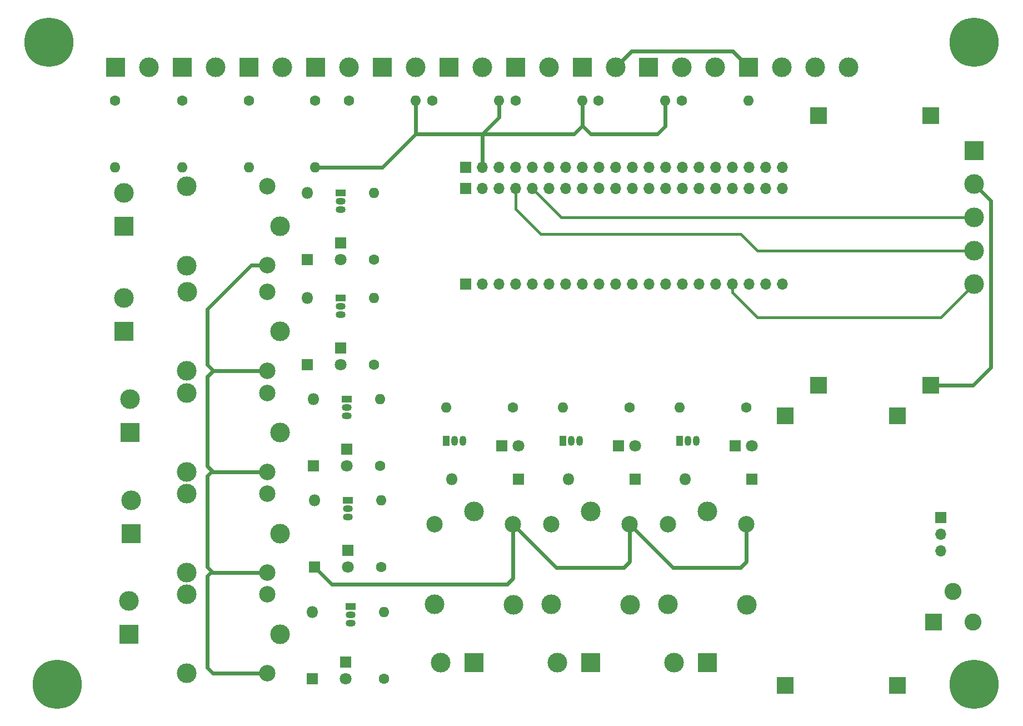
<source format=gbr>
%TF.GenerationSoftware,KiCad,Pcbnew,(6.0.5)*%
%TF.CreationDate,2024-03-19T18:28:54+03:00*%
%TF.ProjectId,gas_detection,6761735f-6465-4746-9563-74696f6e2e6b,rev?*%
%TF.SameCoordinates,Original*%
%TF.FileFunction,Copper,L2,Bot*%
%TF.FilePolarity,Positive*%
%FSLAX46Y46*%
G04 Gerber Fmt 4.6, Leading zero omitted, Abs format (unit mm)*
G04 Created by KiCad (PCBNEW (6.0.5)) date 2024-03-19 18:28:54*
%MOMM*%
%LPD*%
G01*
G04 APERTURE LIST*
%TA.AperFunction,ComponentPad*%
%ADD10R,1.050000X1.500000*%
%TD*%
%TA.AperFunction,ComponentPad*%
%ADD11O,1.050000X1.500000*%
%TD*%
%TA.AperFunction,ComponentPad*%
%ADD12C,1.600000*%
%TD*%
%TA.AperFunction,ComponentPad*%
%ADD13O,1.600000X1.600000*%
%TD*%
%TA.AperFunction,ComponentPad*%
%ADD14C,3.000000*%
%TD*%
%TA.AperFunction,ComponentPad*%
%ADD15C,2.500000*%
%TD*%
%TA.AperFunction,ComponentPad*%
%ADD16R,3.000000X3.000000*%
%TD*%
%TA.AperFunction,ComponentPad*%
%ADD17R,2.600000X2.600000*%
%TD*%
%TA.AperFunction,ComponentPad*%
%ADD18C,2.600000*%
%TD*%
%TA.AperFunction,ComponentPad*%
%ADD19C,7.500000*%
%TD*%
%TA.AperFunction,ComponentPad*%
%ADD20R,1.800000X1.800000*%
%TD*%
%TA.AperFunction,ComponentPad*%
%ADD21C,1.800000*%
%TD*%
%TA.AperFunction,ComponentPad*%
%ADD22R,1.700000X1.700000*%
%TD*%
%TA.AperFunction,ComponentPad*%
%ADD23O,1.700000X1.700000*%
%TD*%
%TA.AperFunction,ComponentPad*%
%ADD24R,1.500000X1.050000*%
%TD*%
%TA.AperFunction,ComponentPad*%
%ADD25O,1.500000X1.050000*%
%TD*%
%TA.AperFunction,ComponentPad*%
%ADD26O,1.800000X1.800000*%
%TD*%
%TA.AperFunction,ComponentPad*%
%ADD27R,2.500000X2.500000*%
%TD*%
%TA.AperFunction,Conductor*%
%ADD28C,0.600000*%
%TD*%
%TA.AperFunction,Conductor*%
%ADD29C,0.400000*%
%TD*%
G04 APERTURE END LIST*
D10*
%TO.P,Q7,1,E*%
%TO.N,GND*%
X160880000Y-110240000D03*
D11*
%TO.P,Q7,2,B*%
%TO.N,Net-(Q7-Pad2)*%
X162150000Y-110240000D03*
%TO.P,Q7,3,C*%
%TO.N,Net-(D11-Pad2)*%
X163420000Y-110240000D03*
%TD*%
D12*
%TO.P,R13,1*%
%TO.N,Float_Chamber4_min*%
X102870000Y-58420000D03*
D13*
%TO.P,R13,2*%
%TO.N,GND*%
X102870000Y-68580000D03*
%TD*%
D14*
%TO.P,K7,1*%
%TO.N,Net-(J14-Pad1)*%
X165100000Y-121040000D03*
D15*
%TO.P,K7,2*%
%TO.N,Net-(D11-Pad2)*%
X159050000Y-122990000D03*
D14*
%TO.P,K7,3*%
%TO.N,Net-(J14-Pad2)*%
X159050000Y-135190000D03*
%TO.P,K7,4*%
%TO.N,unconnected-(K7-Pad4)*%
X171100000Y-135240000D03*
D15*
%TO.P,K7,5*%
%TO.N,+5V*%
X171050000Y-122990000D03*
%TD*%
D14*
%TO.P,K6,1*%
%TO.N,Net-(J13-Pad1)*%
X147320000Y-121040000D03*
D15*
%TO.P,K6,2*%
%TO.N,Net-(D10-Pad2)*%
X141270000Y-122990000D03*
D14*
%TO.P,K6,3*%
%TO.N,Net-(J13-Pad2)*%
X141270000Y-135190000D03*
%TO.P,K6,4*%
%TO.N,unconnected-(K6-Pad4)*%
X153320000Y-135240000D03*
D15*
%TO.P,K6,5*%
%TO.N,+5V*%
X153270000Y-122990000D03*
%TD*%
D16*
%TO.P,J17,1,Pin_1*%
%TO.N,Float_Chamber2_min*%
X143510000Y-53340000D03*
D14*
%TO.P,J17,2,Pin_2*%
%TO.N,+3V3*%
X148590000Y-53340000D03*
%TD*%
D17*
%TO.P,J1,1*%
%TO.N,Net-(J1-Pad1)*%
X217320000Y-137910000D03*
D18*
%TO.P,J1,2*%
%TO.N,GND*%
X223320000Y-137910000D03*
%TO.P,J1,3*%
X220320000Y-133210000D03*
%TD*%
D16*
%TO.P,J12,1,Pin_1*%
%TO.N,Net-(J12-Pad1)*%
X94740000Y-139700000D03*
D14*
%TO.P,J12,2,Pin_2*%
%TO.N,Net-(J12-Pad2)*%
X94740000Y-134620000D03*
%TD*%
D19*
%TO.P,H4,1*%
%TO.N,N/C*%
X82550000Y-49530000D03*
%TD*%
D20*
%TO.P,D14,1,K*%
%TO.N,Net-(D14-Pad1)*%
X151560000Y-111000000D03*
D21*
%TO.P,D14,2,A*%
%TO.N,Solenoid2_Output*%
X154100000Y-111000000D03*
%TD*%
D16*
%TO.P,J11,1,Pin_1*%
%TO.N,Net-(J11-Pad1)*%
X95030000Y-124370000D03*
D14*
%TO.P,J11,2,Pin_2*%
%TO.N,Net-(J11-Pad2)*%
X95030000Y-119290000D03*
%TD*%
D12*
%TO.P,R2,1*%
%TO.N,Net-(D5-Pad1)*%
X132080000Y-82660000D03*
D13*
%TO.P,R2,2*%
%TO.N,Net-(Q1-Pad2)*%
X132080000Y-72500000D03*
%TD*%
D19*
%TO.P,H2,1*%
%TO.N,N/C*%
X83820000Y-147320000D03*
%TD*%
D22*
%TO.P,J2,1,Pin_1*%
%TO.N,Float_Chamber1_min*%
X146055000Y-86360000D03*
D23*
%TO.P,J2,2,Pin_2*%
%TO.N,Float_Chamber1_max*%
X148595000Y-86360000D03*
%TO.P,J2,3,Pin_3*%
%TO.N,Float_Chamber2_min*%
X151135000Y-86360000D03*
%TO.P,J2,4,Pin_4*%
%TO.N,Float_Chamber2_max*%
X153675000Y-86360000D03*
%TO.P,J2,5,Pin_5*%
%TO.N,Float_Chamber3_min*%
X156215000Y-86360000D03*
%TO.P,J2,6,Pin_6*%
%TO.N,Float_Chamber3_max*%
X158755000Y-86360000D03*
%TO.P,J2,7,Pin_7*%
%TO.N,Float_Chamber4_min*%
X161295000Y-86360000D03*
%TO.P,J2,8,Pin_8*%
%TO.N,Float_Chamber4_max*%
X163835000Y-86360000D03*
%TO.P,J2,9,Pin_9*%
%TO.N,Electrode1_Output*%
X166375000Y-86360000D03*
%TO.P,J2,10,Pin_10*%
%TO.N,Electrode2_Output*%
X168915000Y-86360000D03*
%TO.P,J2,11,Pin_11*%
%TO.N,Electrode3_Output*%
X171455000Y-86360000D03*
%TO.P,J2,12,Pin_12*%
%TO.N,Electrode4_Output*%
X173995000Y-86360000D03*
%TO.P,J2,13,Pin_13*%
%TO.N,Solenoid1_Output*%
X176535000Y-86360000D03*
%TO.P,J2,14,Pin_14*%
%TO.N,Solenoid2_Output*%
X179075000Y-86360000D03*
%TO.P,J2,15,Pin_15*%
%TO.N,Solenoid3_Output*%
X181615000Y-86360000D03*
%TO.P,J2,16,Pin_16*%
%TO.N,Solenoid4_Output*%
X184155000Y-86360000D03*
%TO.P,J2,17,Pin_17*%
%TO.N,OLED_SDA*%
X186695000Y-86360000D03*
%TO.P,J2,18,Pin_18*%
%TO.N,+5V*%
X189235000Y-86360000D03*
%TO.P,J2,19,Pin_19*%
%TO.N,GND*%
X191775000Y-86360000D03*
%TO.P,J2,20,Pin_20*%
%TO.N,+3V3*%
X194315000Y-86360000D03*
%TD*%
D19*
%TO.P,H3,1*%
%TO.N,N/C*%
X223520000Y-49530000D03*
%TD*%
D12*
%TO.P,R1,1*%
%TO.N,Gas_Pressure_Out*%
X178990000Y-58420000D03*
D13*
%TO.P,R1,2*%
%TO.N,GND*%
X189150000Y-58420000D03*
%TD*%
D24*
%TO.P,Q3,1,E*%
%TO.N,GND*%
X127880000Y-103940000D03*
D25*
%TO.P,Q3,2,B*%
%TO.N,Net-(Q3-Pad2)*%
X127880000Y-105210000D03*
%TO.P,Q3,3,C*%
%TO.N,Net-(D3-Pad2)*%
X127880000Y-106480000D03*
%TD*%
D16*
%TO.P,J20,1,Pin_1*%
%TO.N,Float_Chamber1_max*%
X153670000Y-53340000D03*
D14*
%TO.P,J20,2,Pin_2*%
%TO.N,+3V3*%
X158750000Y-53340000D03*
%TD*%
D16*
%TO.P,J9,1,Pin_1*%
%TO.N,Net-(J9-Pad1)*%
X94000000Y-93610000D03*
D14*
%TO.P,J9,2,Pin_2*%
%TO.N,Net-(J9-Pad2)*%
X94000000Y-88530000D03*
%TD*%
D20*
%TO.P,D5,1,K*%
%TO.N,Net-(D5-Pad1)*%
X127000000Y-80120000D03*
D21*
%TO.P,D5,2,A*%
%TO.N,Electrode1_Output*%
X127000000Y-82660000D03*
%TD*%
D14*
%TO.P,K2,1*%
%TO.N,Net-(J9-Pad1)*%
X117740000Y-93610000D03*
D15*
%TO.P,K2,2*%
%TO.N,Net-(D2-Pad2)*%
X115790000Y-87560000D03*
D14*
%TO.P,K2,3*%
%TO.N,Net-(J9-Pad2)*%
X103590000Y-87560000D03*
%TO.P,K2,4*%
%TO.N,unconnected-(K2-Pad4)*%
X103540000Y-99610000D03*
D15*
%TO.P,K2,5*%
%TO.N,+5V*%
X115790000Y-99560000D03*
%TD*%
D24*
%TO.P,Q4,1,E*%
%TO.N,GND*%
X128050000Y-119290000D03*
D25*
%TO.P,Q4,2,B*%
%TO.N,Net-(Q4-Pad2)*%
X128050000Y-120560000D03*
%TO.P,Q4,3,C*%
%TO.N,Net-(D4-Pad2)*%
X128050000Y-121830000D03*
%TD*%
D12*
%TO.P,R3,1*%
%TO.N,Net-(D6-Pad1)*%
X132100000Y-98690000D03*
D13*
%TO.P,R3,2*%
%TO.N,Net-(Q2-Pad2)*%
X132100000Y-88530000D03*
%TD*%
D20*
%TO.P,D16,1,K*%
%TO.N,Net-(D16-Pad1)*%
X187120000Y-111000000D03*
D21*
%TO.P,D16,2,A*%
%TO.N,Solenoid4_Output*%
X189660000Y-111000000D03*
%TD*%
D12*
%TO.P,R17,1*%
%TO.N,Float_Chamber4_max*%
X92630000Y-58420000D03*
D13*
%TO.P,R17,2*%
%TO.N,GND*%
X92630000Y-68580000D03*
%TD*%
D12*
%TO.P,R12,1*%
%TO.N,Float_Chamber3_min*%
X123110000Y-58420000D03*
D13*
%TO.P,R12,2*%
%TO.N,GND*%
X123110000Y-68580000D03*
%TD*%
D12*
%TO.P,R16,1*%
%TO.N,Float_Chamber3_max*%
X113030000Y-58420000D03*
D13*
%TO.P,R16,2*%
%TO.N,GND*%
X113030000Y-68580000D03*
%TD*%
D20*
%TO.P,D8,1,K*%
%TO.N,Net-(D8-Pad1)*%
X128050000Y-126910000D03*
D21*
%TO.P,D8,2,A*%
%TO.N,Electrode4_Output*%
X128050000Y-129450000D03*
%TD*%
D20*
%TO.P,D7,1,K*%
%TO.N,Net-(D7-Pad1)*%
X127880000Y-111560000D03*
D21*
%TO.P,D7,2,A*%
%TO.N,Electrode3_Output*%
X127880000Y-114100000D03*
%TD*%
D12*
%TO.P,R11,1*%
%TO.N,Float_Chamber2_min*%
X140970000Y-58420000D03*
D13*
%TO.P,R11,2*%
%TO.N,GND*%
X151130000Y-58420000D03*
%TD*%
D16*
%TO.P,J15,1,Pin_1*%
%TO.N,Net-(J15-Pad1)*%
X182880000Y-144020000D03*
D14*
%TO.P,J15,2,Pin_2*%
%TO.N,Net-(J15-Pad2)*%
X177800000Y-144020000D03*
%TD*%
%TO.P,K4,1*%
%TO.N,Net-(J11-Pad1)*%
X117720000Y-124370000D03*
D15*
%TO.P,K4,2*%
%TO.N,Net-(D4-Pad2)*%
X115770000Y-118320000D03*
D14*
%TO.P,K4,3*%
%TO.N,Net-(J11-Pad2)*%
X103570000Y-118320000D03*
%TO.P,K4,4*%
%TO.N,unconnected-(K4-Pad4)*%
X103520000Y-130370000D03*
D15*
%TO.P,K4,5*%
%TO.N,+5V*%
X115770000Y-130320000D03*
%TD*%
D12*
%TO.P,R4,1*%
%TO.N,Net-(D7-Pad1)*%
X132960000Y-114100000D03*
D13*
%TO.P,R4,2*%
%TO.N,Net-(Q3-Pad2)*%
X132960000Y-103940000D03*
%TD*%
D16*
%TO.P,J23,1,Pin_1*%
%TO.N,Float_Chamber4_max*%
X92710000Y-53340000D03*
D14*
%TO.P,J23,2,Pin_2*%
%TO.N,+3V3*%
X97790000Y-53340000D03*
%TD*%
D16*
%TO.P,J10,1,Pin_1*%
%TO.N,Net-(J10-Pad1)*%
X94860000Y-109020000D03*
D14*
%TO.P,J10,2,Pin_2*%
%TO.N,Net-(J10-Pad2)*%
X94860000Y-103940000D03*
%TD*%
D12*
%TO.P,R5,1*%
%TO.N,Net-(D8-Pad1)*%
X133130000Y-129450000D03*
D13*
%TO.P,R5,2*%
%TO.N,Net-(Q4-Pad2)*%
X133130000Y-119290000D03*
%TD*%
D22*
%TO.P,SW1,1,A*%
%TO.N,GND*%
X218440000Y-121920000D03*
D23*
%TO.P,SW1,2,B*%
%TO.N,Net-(J1-Pad1)*%
X218440000Y-124460000D03*
%TO.P,SW1,3,C*%
%TO.N,+24V*%
X218440000Y-127000000D03*
%TD*%
D16*
%TO.P,J18,1,Pin_1*%
%TO.N,Float_Chamber3_min*%
X123190000Y-53340000D03*
D14*
%TO.P,J18,2,Pin_2*%
%TO.N,+3V3*%
X128270000Y-53340000D03*
%TD*%
D20*
%TO.P,D1,1,K*%
%TO.N,+5V*%
X121920000Y-82660000D03*
D26*
%TO.P,D1,2,A*%
%TO.N,Net-(D1-Pad2)*%
X121920000Y-72500000D03*
%TD*%
D16*
%TO.P,J19,1,Pin_1*%
%TO.N,Float_Chamber4_min*%
X102870000Y-53340000D03*
D14*
%TO.P,J19,2,Pin_2*%
%TO.N,+3V3*%
X107950000Y-53340000D03*
%TD*%
D10*
%TO.P,Q6,1,E*%
%TO.N,GND*%
X143100000Y-110240000D03*
D11*
%TO.P,Q6,2,B*%
%TO.N,Net-(Q6-Pad2)*%
X144370000Y-110240000D03*
%TO.P,Q6,3,C*%
%TO.N,Net-(D10-Pad2)*%
X145640000Y-110240000D03*
%TD*%
D12*
%TO.P,R9,1*%
%TO.N,Net-(D16-Pad1)*%
X188820000Y-105160000D03*
D13*
%TO.P,R9,2*%
%TO.N,Net-(Q8-Pad2)*%
X178660000Y-105160000D03*
%TD*%
D27*
%TO.P,U1,1,IN+*%
%TO.N,+24V*%
X199805000Y-101810000D03*
%TO.P,U1,2,IN-*%
%TO.N,GND*%
X216865000Y-101810000D03*
%TO.P,U1,3,OUT+*%
%TO.N,+3V3*%
X199805000Y-60750000D03*
%TO.P,U1,4,OUT-*%
%TO.N,GND*%
X216865000Y-60750000D03*
%TD*%
D22*
%TO.P,J4,1,Pin_1*%
%TO.N,+5V*%
X146060000Y-71860000D03*
D23*
%TO.P,J4,2,Pin_2*%
%TO.N,GND*%
X148600000Y-71860000D03*
%TO.P,J4,3,Pin_3*%
%TO.N,+3V3*%
X151140000Y-71860000D03*
%TO.P,J4,4,Pin_4*%
%TO.N,OLED_SCL*%
X153680000Y-71860000D03*
%TO.P,J4,5,Pin_5*%
%TO.N,OLED_RST*%
X156220000Y-71860000D03*
%TO.P,J4,6,Pin_6*%
%TO.N,Gas_Pressure_Out*%
X158760000Y-71860000D03*
%TO.P,J4,7,Pin_7*%
%TO.N,/general_layout/PB0*%
X161300000Y-71860000D03*
%TO.P,J4,8,Pin_8*%
%TO.N,/general_layout/PA7*%
X163840000Y-71860000D03*
%TO.P,J4,9,Pin_9*%
%TO.N,/general_layout/PA6*%
X166380000Y-71860000D03*
%TO.P,J4,10,Pin_10*%
%TO.N,/general_layout/PA5*%
X168920000Y-71860000D03*
%TO.P,J4,11,Pin_11*%
%TO.N,/general_layout/PA4*%
X171460000Y-71860000D03*
%TO.P,J4,12,Pin_12*%
%TO.N,Gas_Flowrate_Tx*%
X174000000Y-71860000D03*
%TO.P,J4,13,Pin_13*%
%TO.N,Gas_Flowrate_Rx*%
X176540000Y-71860000D03*
%TO.P,J4,14,Pin_14*%
%TO.N,/general_layout/PA1*%
X179080000Y-71860000D03*
%TO.P,J4,15,Pin_15*%
%TO.N,/general_layout/PA0*%
X181620000Y-71860000D03*
%TO.P,J4,16,Pin_16*%
%TO.N,/general_layout/NRST*%
X184160000Y-71860000D03*
%TO.P,J4,17,Pin_17*%
%TO.N,/general_layout/PC15*%
X186700000Y-71860000D03*
%TO.P,J4,18,Pin_18*%
%TO.N,/general_layout/PC14*%
X189240000Y-71860000D03*
%TO.P,J4,19,Pin_19*%
%TO.N,/general_layout/PC13*%
X191780000Y-71860000D03*
%TO.P,J4,20,Pin_20*%
%TO.N,/general_layout/VB*%
X194320000Y-71860000D03*
%TD*%
D12*
%TO.P,R14,1*%
%TO.N,Float_Chamber1_max*%
X153670000Y-58420000D03*
D13*
%TO.P,R14,2*%
%TO.N,GND*%
X163830000Y-58420000D03*
%TD*%
D16*
%TO.P,J5,1,Pin_1*%
%TO.N,+5V*%
X223520000Y-66040000D03*
D14*
%TO.P,J5,2,Pin_2*%
%TO.N,GND*%
X223520000Y-71120000D03*
%TO.P,J5,3,Pin_3*%
%TO.N,OLED_RST*%
X223520000Y-76200000D03*
%TO.P,J5,4,Pin_4*%
%TO.N,OLED_SCL*%
X223520000Y-81280000D03*
%TO.P,J5,5,Pin_5*%
%TO.N,OLED_SDA*%
X223520000Y-86360000D03*
%TD*%
D16*
%TO.P,J13,1,Pin_1*%
%TO.N,Net-(J13-Pad1)*%
X147320000Y-144020000D03*
D14*
%TO.P,J13,2,Pin_2*%
%TO.N,Net-(J13-Pad2)*%
X142240000Y-144020000D03*
%TD*%
D20*
%TO.P,D4,1,K*%
%TO.N,+5V*%
X122970000Y-129450000D03*
D26*
%TO.P,D4,2,A*%
%TO.N,Net-(D4-Pad2)*%
X122970000Y-119290000D03*
%TD*%
D12*
%TO.P,R15,1*%
%TO.N,Float_Chamber2_max*%
X128270000Y-58420000D03*
D13*
%TO.P,R15,2*%
%TO.N,GND*%
X138430000Y-58420000D03*
%TD*%
D12*
%TO.P,R7,1*%
%TO.N,Net-(D14-Pad1)*%
X153260000Y-105160000D03*
D13*
%TO.P,R7,2*%
%TO.N,Net-(Q6-Pad2)*%
X143100000Y-105160000D03*
%TD*%
D16*
%TO.P,J22,1,Pin_1*%
%TO.N,Float_Chamber3_max*%
X113030000Y-53340000D03*
D14*
%TO.P,J22,2,Pin_2*%
%TO.N,+3V3*%
X118110000Y-53340000D03*
%TD*%
%TO.P,K1,1*%
%TO.N,Net-(J8-Pad1)*%
X117720000Y-77580000D03*
D15*
%TO.P,K1,2*%
%TO.N,Net-(D1-Pad2)*%
X115770000Y-71530000D03*
D14*
%TO.P,K1,3*%
%TO.N,Net-(J8-Pad2)*%
X103570000Y-71530000D03*
%TO.P,K1,4*%
%TO.N,unconnected-(K1-Pad4)*%
X103520000Y-83580000D03*
D15*
%TO.P,K1,5*%
%TO.N,+5V*%
X115770000Y-83530000D03*
%TD*%
D24*
%TO.P,Q1,1,E*%
%TO.N,GND*%
X127000000Y-72500000D03*
D25*
%TO.P,Q1,2,B*%
%TO.N,Net-(Q1-Pad2)*%
X127000000Y-73770000D03*
%TO.P,Q1,3,C*%
%TO.N,Net-(D1-Pad2)*%
X127000000Y-75040000D03*
%TD*%
D16*
%TO.P,J16,1,Pin_1*%
%TO.N,Float_Chamber1_min*%
X163830000Y-53340000D03*
D14*
%TO.P,J16,2,Pin_2*%
%TO.N,+3V3*%
X168910000Y-53340000D03*
%TD*%
D16*
%TO.P,J14,1,Pin_1*%
%TO.N,Net-(J14-Pad1)*%
X165100000Y-144020000D03*
D14*
%TO.P,J14,2,Pin_2*%
%TO.N,Net-(J14-Pad2)*%
X160020000Y-144020000D03*
%TD*%
D16*
%TO.P,J8,1,Pin_1*%
%TO.N,Net-(J8-Pad1)*%
X93980000Y-77580000D03*
D14*
%TO.P,J8,2,Pin_2*%
%TO.N,Net-(J8-Pad2)*%
X93980000Y-72500000D03*
%TD*%
D16*
%TO.P,J6,1,Pin_1*%
%TO.N,+24V*%
X173910000Y-53340000D03*
D14*
%TO.P,J6,2,Pin_2*%
%TO.N,Gas_Pressure_Out*%
X178990000Y-53340000D03*
%TO.P,J6,3,Pin_3*%
%TO.N,GND*%
X184070000Y-53340000D03*
%TD*%
D20*
%TO.P,D15,1,K*%
%TO.N,Net-(D15-Pad1)*%
X169340000Y-111000000D03*
D21*
%TO.P,D15,2,A*%
%TO.N,Solenoid3_Output*%
X171880000Y-111000000D03*
%TD*%
D12*
%TO.P,R6,1*%
%TO.N,Net-(D13-Pad1)*%
X133600000Y-146480000D03*
D13*
%TO.P,R6,2*%
%TO.N,Net-(Q5-Pad2)*%
X133600000Y-136320000D03*
%TD*%
D20*
%TO.P,D13,1,K*%
%TO.N,Net-(D13-Pad1)*%
X127760000Y-143940000D03*
D21*
%TO.P,D13,2,A*%
%TO.N,Solenoid1_Output*%
X127760000Y-146480000D03*
%TD*%
D14*
%TO.P,K8,1*%
%TO.N,Net-(J15-Pad1)*%
X182880000Y-121040000D03*
D15*
%TO.P,K8,2*%
%TO.N,Net-(D12-Pad2)*%
X176830000Y-122990000D03*
D14*
%TO.P,K8,3*%
%TO.N,Net-(J15-Pad2)*%
X176830000Y-135190000D03*
%TO.P,K8,4*%
%TO.N,unconnected-(K8-Pad4)*%
X188880000Y-135240000D03*
D15*
%TO.P,K8,5*%
%TO.N,+5V*%
X188830000Y-122990000D03*
%TD*%
D27*
%TO.P,U2,1,IN+*%
%TO.N,+24V*%
X194725000Y-147530000D03*
%TO.P,U2,2,IN-*%
%TO.N,GND*%
X211785000Y-147530000D03*
%TO.P,U2,3,OUT+*%
%TO.N,+5V*%
X194725000Y-106470000D03*
%TO.P,U2,4,OUT-*%
%TO.N,GND*%
X211785000Y-106470000D03*
%TD*%
D20*
%TO.P,D3,1,K*%
%TO.N,+5V*%
X122800000Y-114100000D03*
D26*
%TO.P,D3,2,A*%
%TO.N,Net-(D3-Pad2)*%
X122800000Y-103940000D03*
%TD*%
D14*
%TO.P,K5,1*%
%TO.N,Net-(J12-Pad1)*%
X117720000Y-139700000D03*
D15*
%TO.P,K5,2*%
%TO.N,Net-(D9-Pad2)*%
X115770000Y-133650000D03*
D14*
%TO.P,K5,3*%
%TO.N,Net-(J12-Pad2)*%
X103570000Y-133650000D03*
%TO.P,K5,4*%
%TO.N,unconnected-(K5-Pad4)*%
X103520000Y-145700000D03*
D15*
%TO.P,K5,5*%
%TO.N,+5V*%
X115770000Y-145650000D03*
%TD*%
D16*
%TO.P,J7,1,Pin_1*%
%TO.N,+3V3*%
X189150000Y-53340000D03*
D14*
%TO.P,J7,2,Pin_2*%
%TO.N,Gas_Flowrate_Tx*%
X194230000Y-53340000D03*
%TO.P,J7,3,Pin_3*%
%TO.N,Gas_Flowrate_Rx*%
X199310000Y-53340000D03*
%TO.P,J7,4,Pin_4*%
%TO.N,GND*%
X204390000Y-53340000D03*
%TD*%
D16*
%TO.P,J21,1,Pin_1*%
%TO.N,Float_Chamber2_max*%
X133350000Y-53340000D03*
D14*
%TO.P,J21,2,Pin_2*%
%TO.N,+3V3*%
X138430000Y-53340000D03*
%TD*%
D20*
%TO.P,D6,1,K*%
%TO.N,Net-(D6-Pad1)*%
X127020000Y-96150000D03*
D21*
%TO.P,D6,2,A*%
%TO.N,Electrode2_Output*%
X127020000Y-98690000D03*
%TD*%
D12*
%TO.P,R8,1*%
%TO.N,Net-(D15-Pad1)*%
X171040000Y-105160000D03*
D13*
%TO.P,R8,2*%
%TO.N,Net-(Q7-Pad2)*%
X160880000Y-105160000D03*
%TD*%
D22*
%TO.P,J3,1,Pin_1*%
%TO.N,+5V*%
X146060000Y-68580000D03*
D23*
%TO.P,J3,2,Pin_2*%
%TO.N,GND*%
X148600000Y-68580000D03*
%TO.P,J3,3,Pin_3*%
%TO.N,+3V3*%
X151140000Y-68580000D03*
%TO.P,J3,4,Pin_4*%
%TO.N,OLED_SCL*%
X153680000Y-68580000D03*
%TO.P,J3,5,Pin_5*%
%TO.N,OLED_RST*%
X156220000Y-68580000D03*
%TO.P,J3,6,Pin_6*%
%TO.N,Gas_Pressure_Out*%
X158760000Y-68580000D03*
%TO.P,J3,7,Pin_7*%
%TO.N,/general_layout/PB0*%
X161300000Y-68580000D03*
%TO.P,J3,8,Pin_8*%
%TO.N,/general_layout/PA7*%
X163840000Y-68580000D03*
%TO.P,J3,9,Pin_9*%
%TO.N,/general_layout/PA6*%
X166380000Y-68580000D03*
%TO.P,J3,10,Pin_10*%
%TO.N,/general_layout/PA5*%
X168920000Y-68580000D03*
%TO.P,J3,11,Pin_11*%
%TO.N,/general_layout/PA4*%
X171460000Y-68580000D03*
%TO.P,J3,12,Pin_12*%
%TO.N,Gas_Flowrate_Tx*%
X174000000Y-68580000D03*
%TO.P,J3,13,Pin_13*%
%TO.N,Gas_Flowrate_Rx*%
X176540000Y-68580000D03*
%TO.P,J3,14,Pin_14*%
%TO.N,/general_layout/PA1*%
X179080000Y-68580000D03*
%TO.P,J3,15,Pin_15*%
%TO.N,/general_layout/PA0*%
X181620000Y-68580000D03*
%TO.P,J3,16,Pin_16*%
%TO.N,/general_layout/NRST*%
X184160000Y-68580000D03*
%TO.P,J3,17,Pin_17*%
%TO.N,/general_layout/PC15*%
X186700000Y-68580000D03*
%TO.P,J3,18,Pin_18*%
%TO.N,/general_layout/PC14*%
X189240000Y-68580000D03*
%TO.P,J3,19,Pin_19*%
%TO.N,/general_layout/PC13*%
X191780000Y-68580000D03*
%TO.P,J3,20,Pin_20*%
%TO.N,/general_layout/VB*%
X194320000Y-68580000D03*
%TD*%
D19*
%TO.P,H1,1*%
%TO.N,N/C*%
X223520000Y-147320000D03*
%TD*%
D20*
%TO.P,D12,1,K*%
%TO.N,+5V*%
X189660000Y-116080000D03*
D26*
%TO.P,D12,2,A*%
%TO.N,Net-(D12-Pad2)*%
X179500000Y-116080000D03*
%TD*%
D20*
%TO.P,D11,1,K*%
%TO.N,+5V*%
X171880000Y-116080000D03*
D26*
%TO.P,D11,2,A*%
%TO.N,Net-(D11-Pad2)*%
X161720000Y-116080000D03*
%TD*%
D10*
%TO.P,Q8,1,E*%
%TO.N,GND*%
X178660000Y-110240000D03*
D11*
%TO.P,Q8,2,B*%
%TO.N,Net-(Q8-Pad2)*%
X179930000Y-110240000D03*
%TO.P,Q8,3,C*%
%TO.N,Net-(D12-Pad2)*%
X181200000Y-110240000D03*
%TD*%
D20*
%TO.P,D10,1,K*%
%TO.N,+5V*%
X154100000Y-116080000D03*
D26*
%TO.P,D10,2,A*%
%TO.N,Net-(D10-Pad2)*%
X143940000Y-116080000D03*
%TD*%
D24*
%TO.P,Q5,1,E*%
%TO.N,GND*%
X128520000Y-135480000D03*
D25*
%TO.P,Q5,2,B*%
%TO.N,Net-(Q5-Pad2)*%
X128520000Y-136750000D03*
%TO.P,Q5,3,C*%
%TO.N,Net-(D9-Pad2)*%
X128520000Y-138020000D03*
%TD*%
D14*
%TO.P,K3,1*%
%TO.N,Net-(J10-Pad1)*%
X117720000Y-109020000D03*
D15*
%TO.P,K3,2*%
%TO.N,Net-(D3-Pad2)*%
X115770000Y-102970000D03*
D14*
%TO.P,K3,3*%
%TO.N,Net-(J10-Pad2)*%
X103570000Y-102970000D03*
%TO.P,K3,4*%
%TO.N,unconnected-(K3-Pad4)*%
X103520000Y-115020000D03*
D15*
%TO.P,K3,5*%
%TO.N,+5V*%
X115770000Y-114970000D03*
%TD*%
D12*
%TO.P,R10,1*%
%TO.N,Float_Chamber1_min*%
X166290000Y-58420000D03*
D13*
%TO.P,R10,2*%
%TO.N,GND*%
X176450000Y-58420000D03*
%TD*%
D20*
%TO.P,D9,1,K*%
%TO.N,+5V*%
X122680000Y-146480000D03*
D26*
%TO.P,D9,2,A*%
%TO.N,Net-(D9-Pad2)*%
X122680000Y-136320000D03*
%TD*%
D20*
%TO.P,D2,1,K*%
%TO.N,+5V*%
X121940000Y-98690000D03*
D26*
%TO.P,D2,2,A*%
%TO.N,Net-(D2-Pad2)*%
X121940000Y-88530000D03*
%TD*%
D24*
%TO.P,Q2,1,E*%
%TO.N,GND*%
X127020000Y-88530000D03*
D25*
%TO.P,Q2,2,B*%
%TO.N,Net-(Q2-Pad2)*%
X127020000Y-89800000D03*
%TO.P,Q2,3,C*%
%TO.N,Net-(D2-Pad2)*%
X127020000Y-91070000D03*
%TD*%
D28*
%TO.N,GND*%
X223310000Y-101810000D02*
X216865000Y-101810000D01*
X226060000Y-73660000D02*
X226060000Y-99060000D01*
X226060000Y-99060000D02*
X223310000Y-101810000D01*
X223520000Y-71120000D02*
X226060000Y-73660000D01*
X165100000Y-63500000D02*
X163830000Y-62230000D01*
X175260000Y-63500000D02*
X165100000Y-63500000D01*
X176450000Y-62310000D02*
X175260000Y-63500000D01*
X176450000Y-58420000D02*
X176450000Y-62310000D01*
X163830000Y-62230000D02*
X162560000Y-63500000D01*
X163830000Y-58420000D02*
X163830000Y-62230000D01*
X162560000Y-63500000D02*
X148590000Y-63500000D01*
X138430000Y-63500000D02*
X148590000Y-63500000D01*
X151130000Y-60960000D02*
X148590000Y-63500000D01*
X148590000Y-63500000D02*
X148600000Y-63510000D01*
X148600000Y-63510000D02*
X148600000Y-68580000D01*
X151130000Y-58420000D02*
X151130000Y-60960000D01*
X138430000Y-63500000D02*
X138430000Y-58420000D01*
X133350000Y-68580000D02*
X138430000Y-63500000D01*
X123110000Y-68580000D02*
X133350000Y-68580000D01*
%TO.N,+5V*%
X152400000Y-132080000D02*
X125600000Y-132080000D01*
X153270000Y-131210000D02*
X152400000Y-132080000D01*
X153270000Y-122990000D02*
X153270000Y-131210000D01*
X125600000Y-132080000D02*
X122970000Y-129450000D01*
X107550000Y-145650000D02*
X115770000Y-145650000D01*
X106680000Y-144780000D02*
X107550000Y-145650000D01*
X106680000Y-130810000D02*
X106680000Y-144780000D01*
X107170000Y-130320000D02*
X106680000Y-130810000D01*
X107550000Y-130320000D02*
X107170000Y-130320000D01*
X107550000Y-130320000D02*
X115770000Y-130320000D01*
X106680000Y-129450000D02*
X107550000Y-130320000D01*
X106680000Y-115570000D02*
X106680000Y-129450000D01*
X107280000Y-114970000D02*
X106680000Y-115570000D01*
X107550000Y-114970000D02*
X107280000Y-114970000D01*
X107550000Y-114970000D02*
X115770000Y-114970000D01*
X106680000Y-114100000D02*
X107550000Y-114970000D01*
X106680000Y-100450000D02*
X106680000Y-114100000D01*
X107570000Y-99560000D02*
X106680000Y-100450000D01*
X106680000Y-98670000D02*
X107570000Y-99560000D01*
X106680000Y-90170000D02*
X106680000Y-98670000D01*
X107570000Y-99560000D02*
X115790000Y-99560000D01*
X115770000Y-83530000D02*
X113320000Y-83530000D01*
X113320000Y-83530000D02*
X106680000Y-90170000D01*
X159820000Y-129540000D02*
X153270000Y-122990000D01*
X188830000Y-128670000D02*
X187960000Y-129540000D01*
X170180000Y-129540000D02*
X159820000Y-129540000D01*
X177600000Y-129540000D02*
X171050000Y-122990000D01*
X188830000Y-122990000D02*
X188830000Y-128670000D01*
X171050000Y-122990000D02*
X171050000Y-128670000D01*
X171050000Y-128670000D02*
X170180000Y-129540000D01*
X187960000Y-129540000D02*
X177600000Y-129540000D01*
D29*
%TO.N,OLED_SCL*%
X153680000Y-74940000D02*
X153680000Y-71860000D01*
X187960000Y-78740000D02*
X157480000Y-78740000D01*
X223520000Y-81280000D02*
X190500000Y-81280000D01*
X157480000Y-78740000D02*
X153680000Y-74940000D01*
X190500000Y-81280000D02*
X187960000Y-78740000D01*
%TO.N,OLED_SDA*%
X218440000Y-91440000D02*
X190500000Y-91440000D01*
X190500000Y-91440000D02*
X186695000Y-87635000D01*
X186695000Y-87635000D02*
X186695000Y-86360000D01*
X223520000Y-86360000D02*
X218440000Y-91440000D01*
%TO.N,OLED_RST*%
X223520000Y-76200000D02*
X160560000Y-76200000D01*
X160560000Y-76200000D02*
X156220000Y-71860000D01*
D28*
%TO.N,+3V3*%
X189150000Y-53340000D02*
X186750489Y-50940489D01*
X186750489Y-50940489D02*
X171309511Y-50940489D01*
X171309511Y-50940489D02*
X168910000Y-53340000D01*
%TD*%
M02*

</source>
